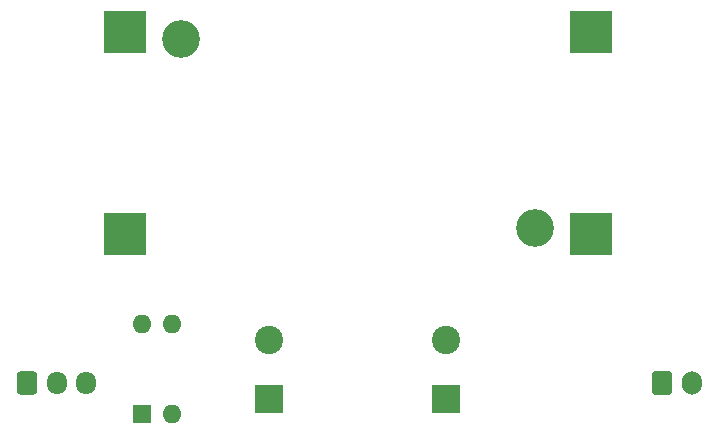
<source format=gbr>
%TF.GenerationSoftware,KiCad,Pcbnew,7.0.6*%
%TF.CreationDate,2023-09-03T00:14:34+09:00*%
%TF.ProjectId,KickerAdjust_20230828,4b69636b-6572-4416-946a-7573745f3230,rev?*%
%TF.SameCoordinates,Original*%
%TF.FileFunction,Soldermask,Top*%
%TF.FilePolarity,Negative*%
%FSLAX46Y46*%
G04 Gerber Fmt 4.6, Leading zero omitted, Abs format (unit mm)*
G04 Created by KiCad (PCBNEW 7.0.6) date 2023-09-03 00:14:34*
%MOMM*%
%LPD*%
G01*
G04 APERTURE LIST*
G04 Aperture macros list*
%AMRoundRect*
0 Rectangle with rounded corners*
0 $1 Rounding radius*
0 $2 $3 $4 $5 $6 $7 $8 $9 X,Y pos of 4 corners*
0 Add a 4 corners polygon primitive as box body*
4,1,4,$2,$3,$4,$5,$6,$7,$8,$9,$2,$3,0*
0 Add four circle primitives for the rounded corners*
1,1,$1+$1,$2,$3*
1,1,$1+$1,$4,$5*
1,1,$1+$1,$6,$7*
1,1,$1+$1,$8,$9*
0 Add four rect primitives between the rounded corners*
20,1,$1+$1,$2,$3,$4,$5,0*
20,1,$1+$1,$4,$5,$6,$7,0*
20,1,$1+$1,$6,$7,$8,$9,0*
20,1,$1+$1,$8,$9,$2,$3,0*%
G04 Aperture macros list end*
%ADD10R,2.400000X2.400000*%
%ADD11C,2.400000*%
%ADD12R,1.600000X1.600000*%
%ADD13O,1.600000X1.600000*%
%ADD14C,3.200000*%
%ADD15R,3.600000X3.600000*%
%ADD16RoundRect,0.250000X-0.600000X-0.750000X0.600000X-0.750000X0.600000X0.750000X-0.600000X0.750000X0*%
%ADD17O,1.700000X2.000000*%
%ADD18RoundRect,0.250000X-0.600000X-0.725000X0.600000X-0.725000X0.600000X0.725000X-0.600000X0.725000X0*%
%ADD19O,1.700000X1.950000*%
G04 APERTURE END LIST*
D10*
%TO.C,C2*%
X92500000Y-123000000D03*
D11*
X92500000Y-118000000D03*
%TD*%
D12*
%TO.C,U1*%
X81725000Y-124300000D03*
D13*
X84265000Y-124300000D03*
X84265000Y-116680000D03*
X81725000Y-116680000D03*
%TD*%
D14*
%TO.C,U2*%
X85014000Y-92499000D03*
X114986000Y-108501000D03*
D15*
X80251500Y-91927500D03*
X80251500Y-109072500D03*
X119748500Y-91927500D03*
X119748500Y-109072500D03*
%TD*%
D16*
%TO.C,J2*%
X125750000Y-121650000D03*
D17*
X128250000Y-121650000D03*
%TD*%
D18*
%TO.C,J1*%
X72000000Y-121650000D03*
D19*
X74500000Y-121650000D03*
X77000000Y-121650000D03*
%TD*%
D10*
%TO.C,C1*%
X107500000Y-123000000D03*
D11*
X107500000Y-118000000D03*
%TD*%
M02*

</source>
